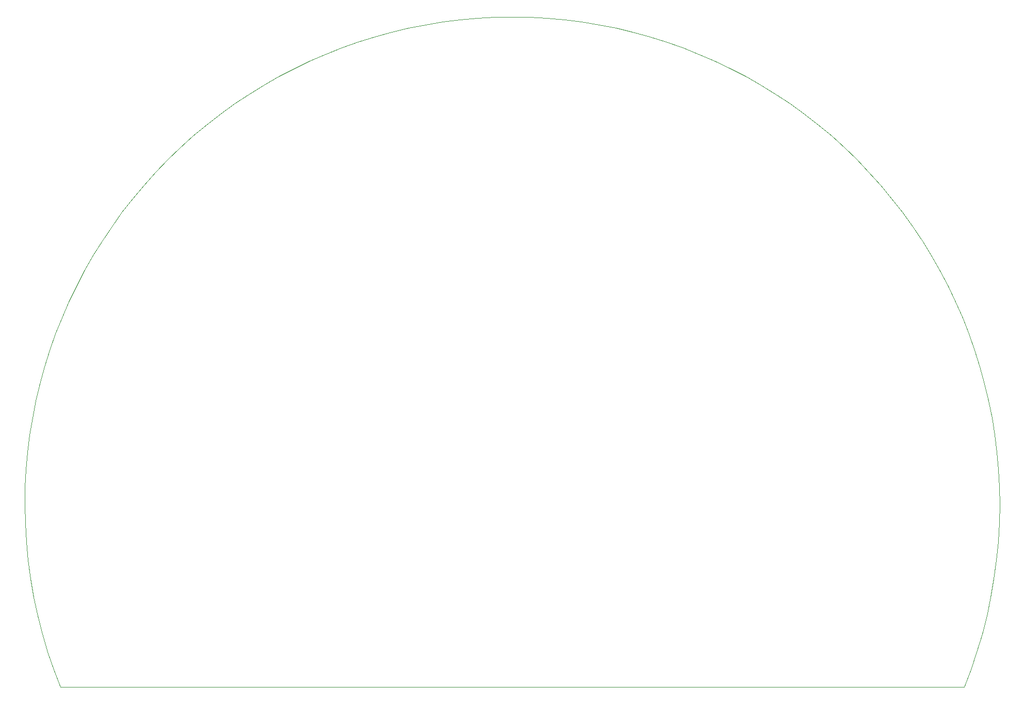
<source format=gko>
G04*
G04 #@! TF.GenerationSoftware,Altium Limited,Altium Designer,22.7.1 (60)*
G04*
G04 Layer_Color=16711935*
%FSLAX43Y43*%
%MOMM*%
G71*
G04*
G04 #@! TF.SameCoordinates,BF121B45-6408-4E43-B4A1-C448907F0F72*
G04*
G04*
G04 #@! TF.FilePolarity,Positive*
G04*
G01*
G75*
%ADD19C,0.100*%
D19*
X50Y29950D02*
X101Y32805D01*
X254Y35657D01*
X508Y38502D01*
X864Y41335D01*
X1321Y44154D01*
X1878Y46955D01*
X2535Y49734D01*
X3291Y52489D01*
X4144Y55214D01*
X5094Y57907D01*
X6140Y60565D01*
X7279Y63183D01*
X8512Y65759D01*
X9836Y68290D01*
X11249Y70771D01*
X12750Y73201D01*
X14336Y75576D01*
X16007Y77892D01*
X17759Y80147D01*
X19590Y82339D01*
X21498Y84463D01*
X23481Y86518D01*
X25537Y88502D01*
X27661Y90410D01*
X29853Y92241D01*
X32108Y93993D01*
X34424Y95664D01*
X36799Y97250D01*
X39228Y98751D01*
X41710Y100164D01*
X44241Y101488D01*
X46817Y102720D01*
X49435Y103860D01*
X52093Y104906D01*
X54786Y105856D01*
X57511Y106709D01*
X60265Y107465D01*
X63045Y108122D01*
X65846Y108679D01*
X68665Y109136D01*
X71498Y109492D01*
X74343Y109746D01*
X77195Y109899D01*
X80050Y109950D01*
X82905Y109899D01*
X85757Y109746D01*
X88602Y109492D01*
X91435Y109136D01*
X94254Y108679D01*
X97055Y108122D01*
X99835Y107465D01*
X102589Y106709D01*
X105314Y105856D01*
X108007Y104906D01*
X110665Y103860D01*
X113283Y102720D01*
X115859Y101488D01*
X118390Y100164D01*
X120872Y98751D01*
X123301Y97250D01*
X125676Y95664D01*
X127992Y93993D01*
X130248Y92241D01*
X132439Y90410D01*
X134563Y88502D01*
X136619Y86518D01*
X138602Y84463D01*
X140510Y82339D01*
X142341Y80147D01*
X144093Y77892D01*
X145764Y75576D01*
X147350Y73201D01*
X148851Y70771D01*
X150264Y68290D01*
X151588Y65759D01*
X152821Y63183D01*
X153960Y60565D01*
X155006Y57907D01*
X155956Y55214D01*
X156809Y52489D01*
X157565Y49734D01*
X158222Y46955D01*
X158779Y44154D01*
X159236Y41335D01*
X159592Y38502D01*
X159846Y35657D01*
X159999Y32805D01*
X160050Y29950D01*
X159991Y26876D02*
X160050Y29950D01*
X159814Y23806D02*
X159991Y26876D01*
X159519Y20745D02*
X159814Y23806D01*
X159106Y17698D02*
X159519Y20745D01*
X158577Y14669D02*
X159106Y17698D01*
X157932Y11662D02*
X158577Y14669D01*
X157171Y8683D02*
X157932Y11662D01*
X156297Y5734D02*
X157171Y8683D01*
X155310Y2822D02*
X156297Y5734D01*
X154212Y-50D02*
X155310Y2822D01*
X5888Y-50D02*
X154212D01*
X4790Y2822D02*
X5888Y-50D01*
X3803Y5734D02*
X4790Y2822D01*
X2929Y8683D02*
X3803Y5734D01*
X2168Y11662D02*
X2929Y8683D01*
X1523Y14669D02*
X2168Y11662D01*
X994Y17698D02*
X1523Y14669D01*
X581Y20745D02*
X994Y17698D01*
X286Y23806D02*
X581Y20745D01*
X109Y26876D02*
X286Y23806D01*
X50Y29950D02*
X109Y26876D01*
M02*

</source>
